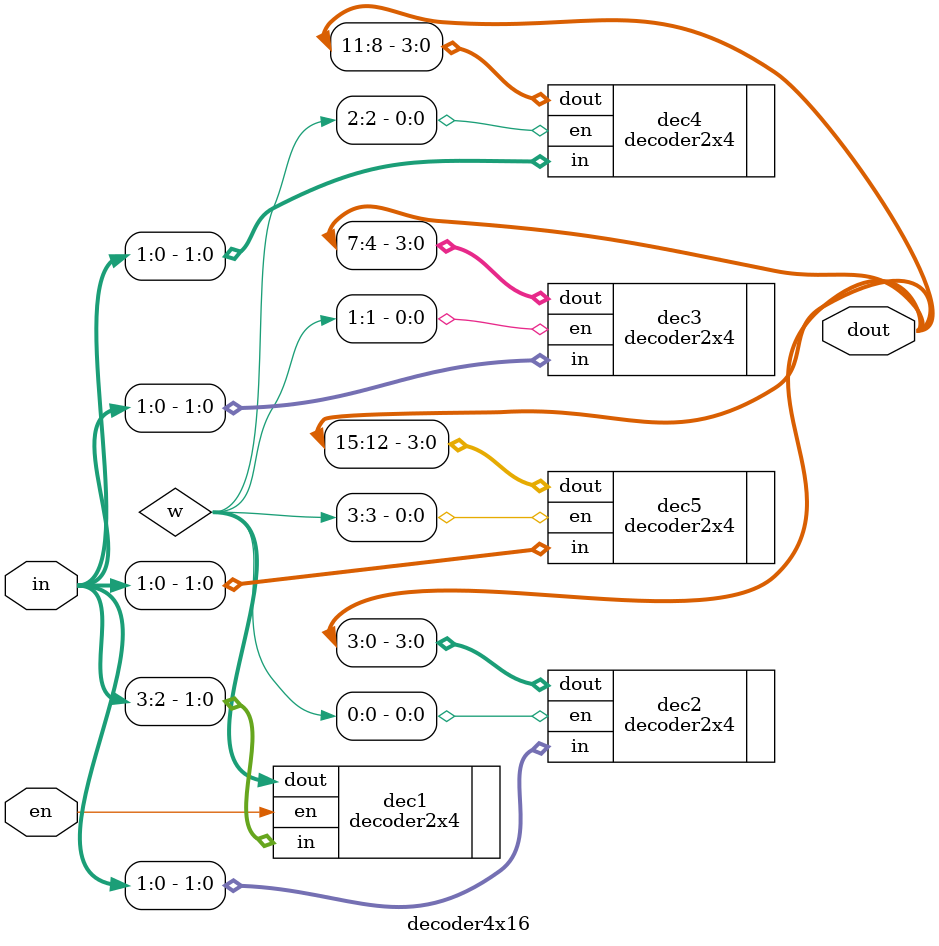
<source format=v>
/*--  *******************************************************
--  Computer Architecture Course, Laboratory Sources 
--  Amirkabir University of Technology (Tehran Polytechnic)
--  Department of Computer Engineering (CE-AUT)
--  https://ce[dot]aut[dot]ac[dot]ir
--  *******************************************************
--  All Rights reserved (C) 2019-2020
--  *******************************************************
--  Student ID  : 9829039	
--  Student Name: Pouya Mohammadi
--  Student Mail: pouyamohammadyirbu@gmail.com
--  *******************************************************
--  Additional Comments:
--
--	Teamate information:
--	Mehran Aksari
--	9831007
--*/

/*-----------------------------------------------------------
---  Module Name: Decoder 4 to 16
---  Description: Lab 05 Part 2
-----------------------------------------------------------*/
`timescale 1 ns/1 ns

module decoder4x16 (
	input [3:0] in ,
	input 		en ,
	output [15:0] dout
);
	wire [3:0] w;
	decoder2x4 dec1(.in(in[3:2]), .en(en), .dout(w)),
		dec2(.in(in[1:0]), .en(w[0]), .dout(dout[3:0])),
		dec3(.in(in[1:0]), .en(w[1]), .dout(dout[7:4])),
		dec4(.in(in[1:0]), .en(w[2]), .dout(dout[11:8])),
		dec5(.in(in[1:0]), .en(w[3]), .dout(dout[15:12]));

endmodule
</source>
